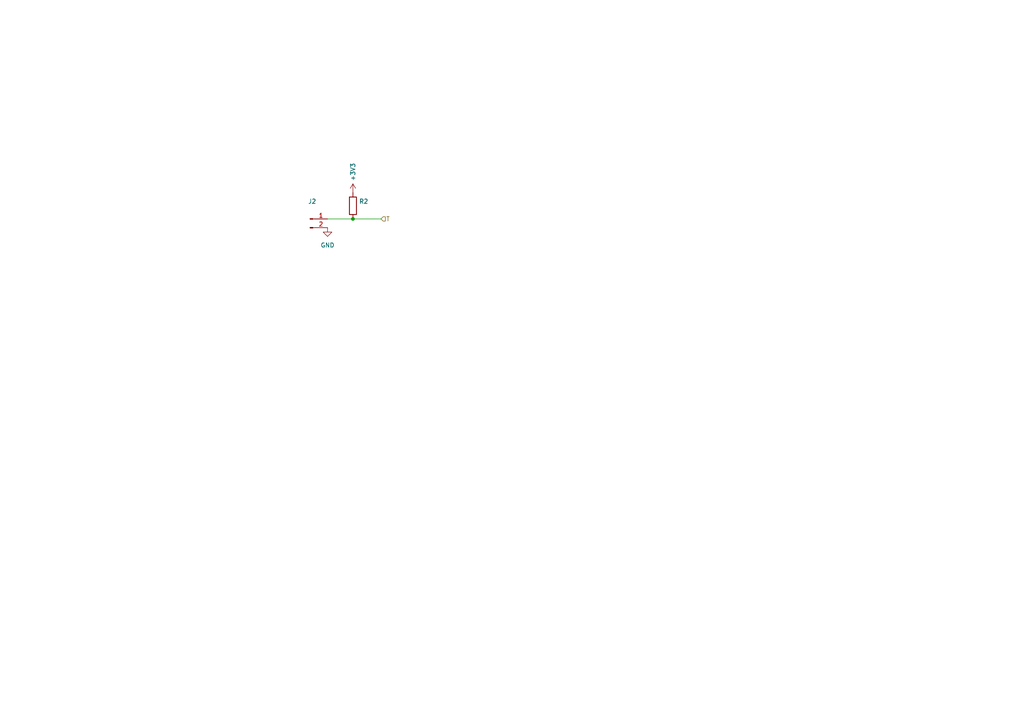
<source format=kicad_sch>
(kicad_sch (version 20211123) (generator eeschema)
  (paper "A4")
  (lib_symbols
    (symbol "Connector:Conn_01x02_Male" (pin_names (offset 1.016) hide)
      (property "Reference" "J" (at 0 2.54 0))
      (property "Value" "Conn_01x02_Male" (at 0 -5.08 0))
      (symbol "Conn_01x02_Male_1_1"
        (polyline (pts (xy 1.27 -2.54) (xy 0.8636 -2.54)) (stroke (width 0.1524)))
        (polyline (pts (xy 1.27 0) (xy 0.8636 0)) (stroke (width 0.1524)))
        (rectangle (start 0.8636 -2.413) (end 0 -2.667) (stroke (width 0.1524)) (fill (type outline)))
        (rectangle (start 0.8636 0.127) (end 0 -0.127) (stroke (width 0.1524)) (fill (type outline)))
        (pin passive line (at 5.08 0 180) (length 3.81) (name "Pin_1") (number "1"))
        (pin passive line (at 5.08 -2.54 180) (length 3.81) (name "Pin_2") (number "2"))
      )
    )
    (symbol "Device:R" (pin_numbers hide) (pin_names (offset 0))
      (property "Reference" "R" (at 2.032 0 90))
      (property "Value" "R" (at 0 0 90))
      (symbol "R_0_1"
        (rectangle (start -1.016 -2.54) (end 1.016 2.54) (stroke (width 0.254)))
      )
      (symbol "R_1_1"
        (pin passive line (at 0 3.81 270) (length 1.27) (name "~") (number "1"))
        (pin passive line (at 0 -3.81 90) (length 1.27) (name "~") (number "2"))
      )
    )
    (symbol "power:+3.3V" (power) (pin_names (offset 0))
      (property "Value" "+3.3V" (at 0 3.556 0))
      (symbol "+3.3V_0_1"
        (polyline (pts (xy -0.762 1.27) (xy 0 2.54)))
        (polyline (pts (xy 0 0) (xy 0 2.54)))
        (polyline (pts (xy 0 2.54) (xy 0.762 1.27)))
      )
      (symbol "+3.3V_1_1"
        (pin power_in line (at 0 0 90) (length 0) hide (name "+3V3") (number "1"))
      )
    )
    (symbol "power:GND" (power) (pin_names (offset 0))
      (property "Value" "GND" (at 0 -3.81 0))
      (symbol "GND_0_1"
        (polyline (pts (xy 0 0) (xy 0 -1.27) (xy 1.27 -1.27) (xy 0 -2.54) (xy -1.27 -1.27) (xy 0 -1.27)))
      )
      (symbol "GND_1_1"
        (pin power_in line (at 0 0 270) (length 0) hide (name "GND") (number "1"))
      )
    )
  )
  (junction (at 102.362 63.5))
  (wire (pts (xy 102.362 63.5) (xy 110.49 63.5)))
  (wire (pts (xy 94.996 63.5) (xy 102.362 63.5)))
  (hierarchical_label "T" (shape input) (at 110.49 63.5 0))
  (symbol (lib_id "power:GND") (at 94.996 66.04 0) (unit 1)
    (property "Reference" "#PWR017" (effects hide))
    (property "Value" "GND" (at 94.996 71.12 0))
  )
  (symbol (lib_id "Connector:Conn_01x02_Male") (at 89.916 63.5 0) (unit 1)
    (property "Reference" "J2" (at 90.551 58.42 0))
  )
  (symbol (lib_id "power:+3.3V") (at 102.362 55.88 0) (unit 1)
    (property "Reference" "#PWR018" (effects hide))
    (property "Value" "+3.3V" (at 102.362 47.244 90) (effects (justify right)))
  )
  (symbol (lib_id "Device:R") (at 102.362 59.69 0) (unit 1)
    (property "Reference" "R2" (at 104.14 58.4199 0) (effects (justify left)))
  )
)
</source>
